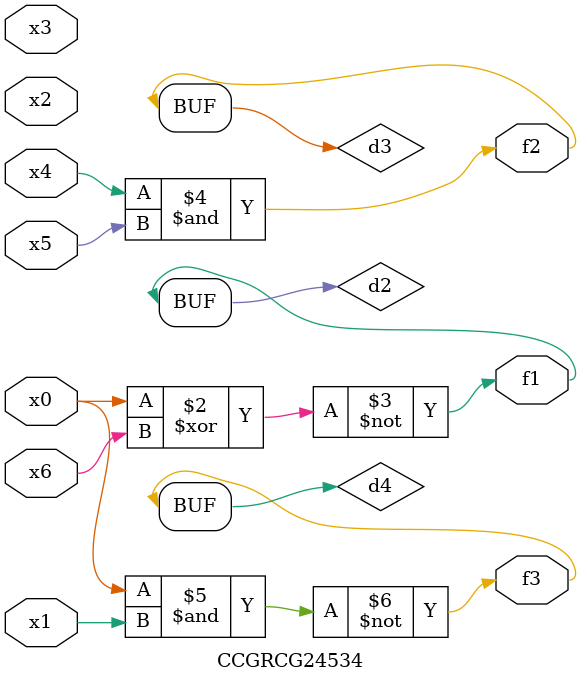
<source format=v>
module CCGRCG24534(
	input x0, x1, x2, x3, x4, x5, x6,
	output f1, f2, f3
);

	wire d1, d2, d3, d4;

	nor (d1, x0);
	xnor (d2, x0, x6);
	and (d3, x4, x5);
	nand (d4, x0, x1);
	assign f1 = d2;
	assign f2 = d3;
	assign f3 = d4;
endmodule

</source>
